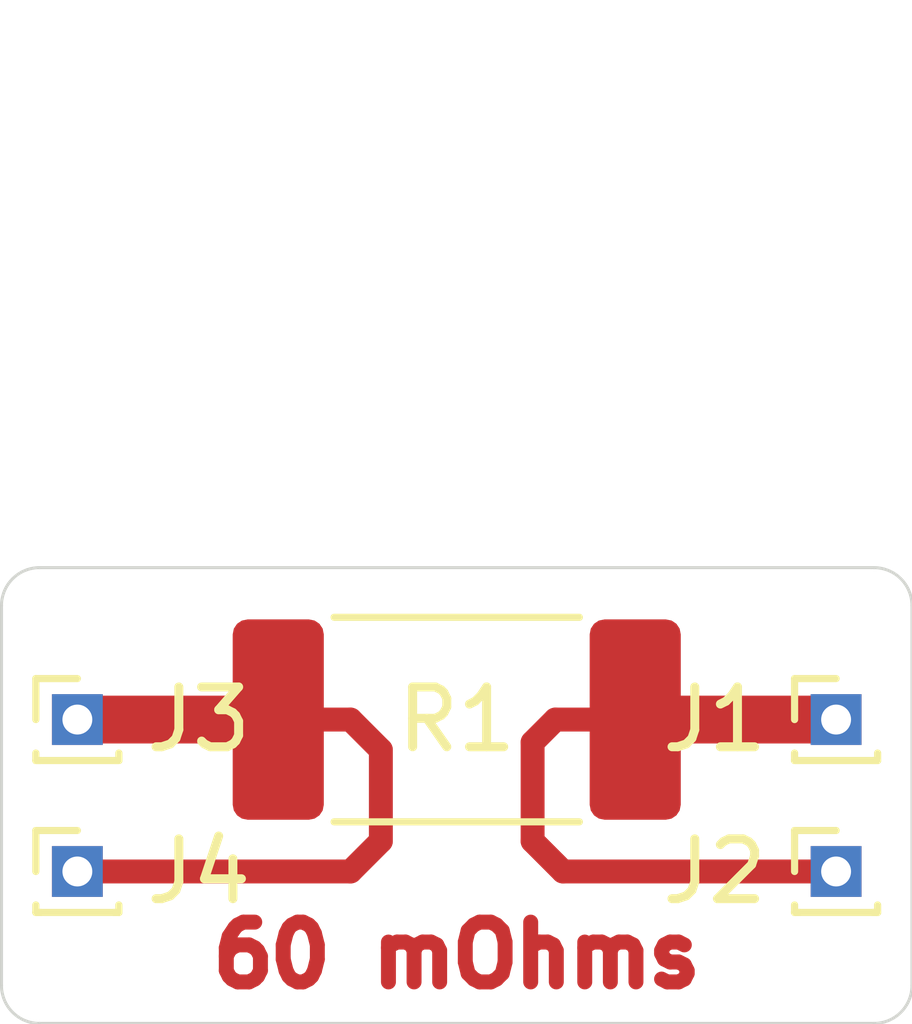
<source format=kicad_pcb>
(kicad_pcb (version 20171130) (host pcbnew "(5.1.6)-1")

  (general
    (thickness 1.6)
    (drawings 10)
    (tracks 12)
    (zones 0)
    (modules 5)
    (nets 3)
  )

  (page A4)
  (layers
    (0 F.Cu signal)
    (31 B.Cu signal)
    (32 B.Adhes user)
    (33 F.Adhes user)
    (34 B.Paste user)
    (35 F.Paste user)
    (36 B.SilkS user)
    (37 F.SilkS user)
    (38 B.Mask user)
    (39 F.Mask user)
    (40 Dwgs.User user)
    (41 Cmts.User user)
    (42 Eco1.User user)
    (43 Eco2.User user)
    (44 Edge.Cuts user)
    (45 Margin user)
    (46 B.CrtYd user)
    (47 F.CrtYd user)
    (48 B.Fab user)
    (49 F.Fab user hide)
  )

  (setup
    (last_trace_width 0.25)
    (user_trace_width 0.8)
    (trace_clearance 0.2)
    (zone_clearance 0.508)
    (zone_45_only no)
    (trace_min 0.2)
    (via_size 0.8)
    (via_drill 0.4)
    (via_min_size 0.4)
    (via_min_drill 0.3)
    (uvia_size 0.3)
    (uvia_drill 0.1)
    (uvias_allowed no)
    (uvia_min_size 0.2)
    (uvia_min_drill 0.1)
    (edge_width 0.05)
    (segment_width 0.2)
    (pcb_text_width 0.3)
    (pcb_text_size 1.5 1.5)
    (mod_edge_width 0.12)
    (mod_text_size 1 1)
    (mod_text_width 0.15)
    (pad_size 1.524 1.524)
    (pad_drill 0.762)
    (pad_to_mask_clearance 0.05)
    (aux_axis_origin 0 0)
    (visible_elements 7FFFFFFF)
    (pcbplotparams
      (layerselection 0x010fc_ffffffff)
      (usegerberextensions false)
      (usegerberattributes true)
      (usegerberadvancedattributes true)
      (creategerberjobfile true)
      (excludeedgelayer true)
      (linewidth 0.100000)
      (plotframeref false)
      (viasonmask false)
      (mode 1)
      (useauxorigin false)
      (hpglpennumber 1)
      (hpglpenspeed 20)
      (hpglpendiameter 15.000000)
      (psnegative false)
      (psa4output false)
      (plotreference true)
      (plotvalue true)
      (plotinvisibletext false)
      (padsonsilk false)
      (subtractmaskfromsilk false)
      (outputformat 1)
      (mirror false)
      (drillshape 1)
      (scaleselection 1)
      (outputdirectory ""))
  )

  (net 0 "")
  (net 1 "Net-(J1-Pad1)")
  (net 2 "Net-(J3-Pad1)")

  (net_class Default "This is the default net class."
    (clearance 0.2)
    (trace_width 0.25)
    (via_dia 0.8)
    (via_drill 0.4)
    (uvia_dia 0.3)
    (uvia_drill 0.1)
    (add_net "Net-(J1-Pad1)")
    (add_net "Net-(J3-Pad1)")
  )

  (module Resistor_SMD:R_2512_6332Metric_Pad1.52x3.35mm_HandSolder (layer F.Cu) (tedit 5B301BBD) (tstamp 611B1E6F)
    (at 52.07 43.18)
    (descr "Resistor SMD 2512 (6332 Metric), square (rectangular) end terminal, IPC_7351 nominal with elongated pad for handsoldering. (Body size source: http://www.tortai-tech.com/upload/download/2011102023233369053.pdf), generated with kicad-footprint-generator")
    (tags "resistor handsolder")
    (path /611B10EA)
    (attr smd)
    (fp_text reference R1 (at 0 0) (layer F.SilkS)
      (effects (font (size 1 1) (thickness 0.15)))
    )
    (fp_text value 60mOhm (at 0 2.62) (layer F.Fab)
      (effects (font (size 1 1) (thickness 0.15)))
    )
    (fp_line (start 4 1.92) (end -4 1.92) (layer F.CrtYd) (width 0.05))
    (fp_line (start 4 -1.92) (end 4 1.92) (layer F.CrtYd) (width 0.05))
    (fp_line (start -4 -1.92) (end 4 -1.92) (layer F.CrtYd) (width 0.05))
    (fp_line (start -4 1.92) (end -4 -1.92) (layer F.CrtYd) (width 0.05))
    (fp_line (start -2.052064 1.71) (end 2.052064 1.71) (layer F.SilkS) (width 0.12))
    (fp_line (start -2.052064 -1.71) (end 2.052064 -1.71) (layer F.SilkS) (width 0.12))
    (fp_line (start 3.15 1.6) (end -3.15 1.6) (layer F.Fab) (width 0.1))
    (fp_line (start 3.15 -1.6) (end 3.15 1.6) (layer F.Fab) (width 0.1))
    (fp_line (start -3.15 -1.6) (end 3.15 -1.6) (layer F.Fab) (width 0.1))
    (fp_line (start -3.15 1.6) (end -3.15 -1.6) (layer F.Fab) (width 0.1))
    (fp_text user %R (at 0 0) (layer F.Fab)
      (effects (font (size 1 1) (thickness 0.15)))
    )
    (pad 2 smd roundrect (at 2.9875 0) (size 1.525 3.35) (layers F.Cu F.Paste F.Mask) (roundrect_rratio 0.163934)
      (net 1 "Net-(J1-Pad1)"))
    (pad 1 smd roundrect (at -2.9875 0) (size 1.525 3.35) (layers F.Cu F.Paste F.Mask) (roundrect_rratio 0.163934)
      (net 2 "Net-(J3-Pad1)"))
    (model ${KISYS3DMOD}/Resistor_SMD.3dshapes/R_2512_6332Metric.wrl
      (at (xyz 0 0 0))
      (scale (xyz 1 1 1))
      (rotate (xyz 0 0 0))
    )
  )

  (module Connector_PinHeader_1.00mm:PinHeader_1x01_P1.00mm_Vertical (layer F.Cu) (tedit 59FED738) (tstamp 611BDFB7)
    (at 45.72 45.72)
    (descr "Through hole straight pin header, 1x01, 1.00mm pitch, single row")
    (tags "Through hole pin header THT 1x01 1.00mm single row")
    (path /611B5A0D)
    (fp_text reference J4 (at 2.032 0) (layer F.SilkS)
      (effects (font (size 1 1) (thickness 0.15)))
    )
    (fp_text value "Kelvin -" (at 0 1.56) (layer F.Fab)
      (effects (font (size 1 1) (thickness 0.15)))
    )
    (fp_line (start -0.3175 -0.5) (end 0.635 -0.5) (layer F.Fab) (width 0.1))
    (fp_line (start 0.635 -0.5) (end 0.635 0.5) (layer F.Fab) (width 0.1))
    (fp_line (start 0.635 0.5) (end -0.635 0.5) (layer F.Fab) (width 0.1))
    (fp_line (start -0.635 0.5) (end -0.635 -0.1825) (layer F.Fab) (width 0.1))
    (fp_line (start -0.635 -0.1825) (end -0.3175 -0.5) (layer F.Fab) (width 0.1))
    (fp_line (start -0.695 0.685) (end 0.695 0.685) (layer F.SilkS) (width 0.12))
    (fp_line (start -0.695 0.685) (end -0.695 0.56) (layer F.SilkS) (width 0.12))
    (fp_line (start 0.695 0.685) (end 0.695 0.56) (layer F.SilkS) (width 0.12))
    (fp_line (start -0.695 0.685) (end -0.608276 0.685) (layer F.SilkS) (width 0.12))
    (fp_line (start 0.608276 0.685) (end 0.695 0.685) (layer F.SilkS) (width 0.12))
    (fp_line (start -0.695 0) (end -0.695 -0.685) (layer F.SilkS) (width 0.12))
    (fp_line (start -0.695 -0.685) (end 0 -0.685) (layer F.SilkS) (width 0.12))
    (fp_line (start -1.15 -1) (end -1.15 1) (layer F.CrtYd) (width 0.05))
    (fp_line (start -1.15 1) (end 1.15 1) (layer F.CrtYd) (width 0.05))
    (fp_line (start 1.15 1) (end 1.15 -1) (layer F.CrtYd) (width 0.05))
    (fp_line (start 1.15 -1) (end -1.15 -1) (layer F.CrtYd) (width 0.05))
    (fp_text user %R (at 0 0 90) (layer F.Fab)
      (effects (font (size 0.76 0.76) (thickness 0.114)))
    )
    (pad 1 thru_hole rect (at 0 0) (size 0.85 0.85) (drill 0.5) (layers *.Cu *.Mask)
      (net 2 "Net-(J3-Pad1)"))
    (model ${KISYS3DMOD}/Connector_PinHeader_1.00mm.3dshapes/PinHeader_1x01_P1.00mm_Vertical.wrl
      (at (xyz 0 0 0))
      (scale (xyz 1 1 1))
      (rotate (xyz 0 0 0))
    )
  )

  (module Connector_PinHeader_1.00mm:PinHeader_1x01_P1.00mm_Vertical (layer F.Cu) (tedit 59FED738) (tstamp 611BD0CC)
    (at 45.72 43.18)
    (descr "Through hole straight pin header, 1x01, 1.00mm pitch, single row")
    (tags "Through hole pin header THT 1x01 1.00mm single row")
    (path /611B32A6)
    (fp_text reference J3 (at 2.032 0) (layer F.SilkS)
      (effects (font (size 1 1) (thickness 0.15)))
    )
    (fp_text value "Input -" (at 0 1.56) (layer F.Fab)
      (effects (font (size 1 1) (thickness 0.15)))
    )
    (fp_line (start -0.3175 -0.5) (end 0.635 -0.5) (layer F.Fab) (width 0.1))
    (fp_line (start 0.635 -0.5) (end 0.635 0.5) (layer F.Fab) (width 0.1))
    (fp_line (start 0.635 0.5) (end -0.635 0.5) (layer F.Fab) (width 0.1))
    (fp_line (start -0.635 0.5) (end -0.635 -0.1825) (layer F.Fab) (width 0.1))
    (fp_line (start -0.635 -0.1825) (end -0.3175 -0.5) (layer F.Fab) (width 0.1))
    (fp_line (start -0.695 0.685) (end 0.695 0.685) (layer F.SilkS) (width 0.12))
    (fp_line (start -0.695 0.685) (end -0.695 0.56) (layer F.SilkS) (width 0.12))
    (fp_line (start 0.695 0.685) (end 0.695 0.56) (layer F.SilkS) (width 0.12))
    (fp_line (start -0.695 0.685) (end -0.608276 0.685) (layer F.SilkS) (width 0.12))
    (fp_line (start 0.608276 0.685) (end 0.695 0.685) (layer F.SilkS) (width 0.12))
    (fp_line (start -0.695 0) (end -0.695 -0.685) (layer F.SilkS) (width 0.12))
    (fp_line (start -0.695 -0.685) (end 0 -0.685) (layer F.SilkS) (width 0.12))
    (fp_line (start -1.15 -1) (end -1.15 1) (layer F.CrtYd) (width 0.05))
    (fp_line (start -1.15 1) (end 1.15 1) (layer F.CrtYd) (width 0.05))
    (fp_line (start 1.15 1) (end 1.15 -1) (layer F.CrtYd) (width 0.05))
    (fp_line (start 1.15 -1) (end -1.15 -1) (layer F.CrtYd) (width 0.05))
    (fp_text user %R (at 0 0 90) (layer F.Fab)
      (effects (font (size 0.76 0.76) (thickness 0.114)))
    )
    (pad 1 thru_hole rect (at 0 0) (size 0.85 0.85) (drill 0.5) (layers *.Cu *.Mask)
      (net 2 "Net-(J3-Pad1)"))
    (model ${KISYS3DMOD}/Connector_PinHeader_1.00mm.3dshapes/PinHeader_1x01_P1.00mm_Vertical.wrl
      (at (xyz 0 0 0))
      (scale (xyz 1 1 1))
      (rotate (xyz 0 0 0))
    )
  )

  (module Connector_PinHeader_1.00mm:PinHeader_1x01_P1.00mm_Vertical (layer F.Cu) (tedit 59FED738) (tstamp 611BD0AC)
    (at 58.42 45.72)
    (descr "Through hole straight pin header, 1x01, 1.00mm pitch, single row")
    (tags "Through hole pin header THT 1x01 1.00mm single row")
    (path /611B4B90)
    (fp_text reference J2 (at -2.032 0) (layer F.SilkS)
      (effects (font (size 1 1) (thickness 0.15)))
    )
    (fp_text value "Kelvin +" (at 0 1.56) (layer F.Fab)
      (effects (font (size 1 1) (thickness 0.15)))
    )
    (fp_line (start -0.3175 -0.5) (end 0.635 -0.5) (layer F.Fab) (width 0.1))
    (fp_line (start 0.635 -0.5) (end 0.635 0.5) (layer F.Fab) (width 0.1))
    (fp_line (start 0.635 0.5) (end -0.635 0.5) (layer F.Fab) (width 0.1))
    (fp_line (start -0.635 0.5) (end -0.635 -0.1825) (layer F.Fab) (width 0.1))
    (fp_line (start -0.635 -0.1825) (end -0.3175 -0.5) (layer F.Fab) (width 0.1))
    (fp_line (start -0.695 0.685) (end 0.695 0.685) (layer F.SilkS) (width 0.12))
    (fp_line (start -0.695 0.685) (end -0.695 0.56) (layer F.SilkS) (width 0.12))
    (fp_line (start 0.695 0.685) (end 0.695 0.56) (layer F.SilkS) (width 0.12))
    (fp_line (start -0.695 0.685) (end -0.608276 0.685) (layer F.SilkS) (width 0.12))
    (fp_line (start 0.608276 0.685) (end 0.695 0.685) (layer F.SilkS) (width 0.12))
    (fp_line (start -0.695 0) (end -0.695 -0.685) (layer F.SilkS) (width 0.12))
    (fp_line (start -0.695 -0.685) (end 0 -0.685) (layer F.SilkS) (width 0.12))
    (fp_line (start -1.15 -1) (end -1.15 1) (layer F.CrtYd) (width 0.05))
    (fp_line (start -1.15 1) (end 1.15 1) (layer F.CrtYd) (width 0.05))
    (fp_line (start 1.15 1) (end 1.15 -1) (layer F.CrtYd) (width 0.05))
    (fp_line (start 1.15 -1) (end -1.15 -1) (layer F.CrtYd) (width 0.05))
    (pad 1 thru_hole rect (at 0 0) (size 0.85 0.85) (drill 0.5) (layers *.Cu *.Mask)
      (net 1 "Net-(J1-Pad1)"))
    (model ${KISYS3DMOD}/Connector_PinHeader_1.00mm.3dshapes/PinHeader_1x01_P1.00mm_Vertical.wrl
      (at (xyz 0 0 0))
      (scale (xyz 1 1 1))
      (rotate (xyz 0 0 0))
    )
  )

  (module Connector_PinHeader_1.00mm:PinHeader_1x01_P1.00mm_Vertical (layer F.Cu) (tedit 59FED738) (tstamp 611BD08C)
    (at 58.42 43.18)
    (descr "Through hole straight pin header, 1x01, 1.00mm pitch, single row")
    (tags "Through hole pin header THT 1x01 1.00mm single row")
    (path /611B2323)
    (fp_text reference J1 (at -2.032 0) (layer F.SilkS)
      (effects (font (size 1 1) (thickness 0.15)))
    )
    (fp_text value "Input +" (at 0 1.56) (layer F.Fab)
      (effects (font (size 1 1) (thickness 0.15)))
    )
    (fp_line (start -0.3175 -0.5) (end 0.635 -0.5) (layer F.Fab) (width 0.1))
    (fp_line (start 0.635 -0.5) (end 0.635 0.5) (layer F.Fab) (width 0.1))
    (fp_line (start 0.635 0.5) (end -0.635 0.5) (layer F.Fab) (width 0.1))
    (fp_line (start -0.635 0.5) (end -0.635 -0.1825) (layer F.Fab) (width 0.1))
    (fp_line (start -0.635 -0.1825) (end -0.3175 -0.5) (layer F.Fab) (width 0.1))
    (fp_line (start -0.695 0.685) (end 0.695 0.685) (layer F.SilkS) (width 0.12))
    (fp_line (start -0.695 0.685) (end -0.695 0.56) (layer F.SilkS) (width 0.12))
    (fp_line (start 0.695 0.685) (end 0.695 0.56) (layer F.SilkS) (width 0.12))
    (fp_line (start -0.695 0.685) (end -0.608276 0.685) (layer F.SilkS) (width 0.12))
    (fp_line (start 0.608276 0.685) (end 0.695 0.685) (layer F.SilkS) (width 0.12))
    (fp_line (start -0.695 0) (end -0.695 -0.685) (layer F.SilkS) (width 0.12))
    (fp_line (start -0.695 -0.685) (end 0 -0.685) (layer F.SilkS) (width 0.12))
    (fp_line (start -1.15 -1) (end -1.15 1) (layer F.CrtYd) (width 0.05))
    (fp_line (start -1.15 1) (end 1.15 1) (layer F.CrtYd) (width 0.05))
    (fp_line (start 1.15 1) (end 1.15 -1) (layer F.CrtYd) (width 0.05))
    (fp_line (start 1.15 -1) (end -1.15 -1) (layer F.CrtYd) (width 0.05))
    (fp_text user %R (at 0 0 90) (layer F.Fab)
      (effects (font (size 0.76 0.76) (thickness 0.114)))
    )
    (pad 1 thru_hole rect (at 0 0) (size 0.85 0.85) (drill 0.5) (layers *.Cu *.Mask)
      (net 1 "Net-(J1-Pad1)"))
    (model ${KISYS3DMOD}/Connector_PinHeader_1.00mm.3dshapes/PinHeader_1x01_P1.00mm_Vertical.wrl
      (at (xyz 0 0 0))
      (scale (xyz 1 1 1))
      (rotate (xyz 0 0 0))
    )
  )

  (gr_text "60 mOhms" (at 52.07 47.117) (layer F.Cu)
    (effects (font (size 1 1) (thickness 0.25)))
  )
  (gr_arc (start 59.055 47.625) (end 59.055 48.26) (angle -90) (layer Edge.Cuts) (width 0.05))
  (gr_arc (start 45.085 47.625) (end 44.45 47.625) (angle -90) (layer Edge.Cuts) (width 0.05))
  (gr_arc (start 45.085 41.275) (end 45.085 40.64) (angle -90) (layer Edge.Cuts) (width 0.05))
  (gr_arc (start 59.055 41.275) (end 59.69 41.275) (angle -90) (layer Edge.Cuts) (width 0.05))
  (gr_line (start 44.45 47.625) (end 44.45 41.275) (layer Edge.Cuts) (width 0.05) (tstamp 611BE08A))
  (gr_line (start 59.055 48.26) (end 45.085 48.26) (layer Edge.Cuts) (width 0.05))
  (gr_line (start 59.69 41.275) (end 59.69 47.625) (layer Edge.Cuts) (width 0.05))
  (gr_line (start 45.085 40.64) (end 59.055 40.64) (layer Edge.Cuts) (width 0.05))
  (dimension 7.62 (width 0.15) (layer Dwgs.User)
    (gr_text "7.620 mm" (at 52.07 31.847) (layer Dwgs.User)
      (effects (font (size 1 1) (thickness 0.15)))
    )
    (feature1 (pts (xy 55.88 38.227) (xy 55.88 32.560579)))
    (feature2 (pts (xy 48.26 38.227) (xy 48.26 32.560579)))
    (crossbar (pts (xy 48.26 33.147) (xy 55.88 33.147)))
    (arrow1a (pts (xy 55.88 33.147) (xy 54.753496 33.733421)))
    (arrow1b (pts (xy 55.88 33.147) (xy 54.753496 32.560579)))
    (arrow2a (pts (xy 48.26 33.147) (xy 49.386504 33.733421)))
    (arrow2b (pts (xy 48.26 33.147) (xy 49.386504 32.560579)))
  )

  (segment (start 55.0575 43.18) (end 58.42 43.18) (width 0.8) (layer F.Cu) (net 1))
  (segment (start 53.848 45.72) (end 58.42 45.72) (width 0.4) (layer F.Cu) (net 1))
  (segment (start 53.34 45.212) (end 53.848 45.72) (width 0.4) (layer F.Cu) (net 1))
  (segment (start 53.34 43.561) (end 53.34 45.212) (width 0.4) (layer F.Cu) (net 1))
  (segment (start 55.0575 43.18) (end 53.721 43.18) (width 0.4) (layer F.Cu) (net 1))
  (segment (start 53.721 43.18) (end 53.34 43.561) (width 0.4) (layer F.Cu) (net 1))
  (segment (start 45.72 43.18) (end 49.0825 43.18) (width 0.8) (layer F.Cu) (net 2))
  (segment (start 49.0825 43.18) (end 50.292 43.18) (width 0.4) (layer F.Cu) (net 2))
  (segment (start 50.292 43.18) (end 50.8 43.688) (width 0.4) (layer F.Cu) (net 2))
  (segment (start 50.8 43.688) (end 50.8 45.212) (width 0.4) (layer F.Cu) (net 2))
  (segment (start 50.8 45.212) (end 50.292 45.72) (width 0.4) (layer F.Cu) (net 2))
  (segment (start 50.292 45.72) (end 45.72 45.72) (width 0.4) (layer F.Cu) (net 2))

)

</source>
